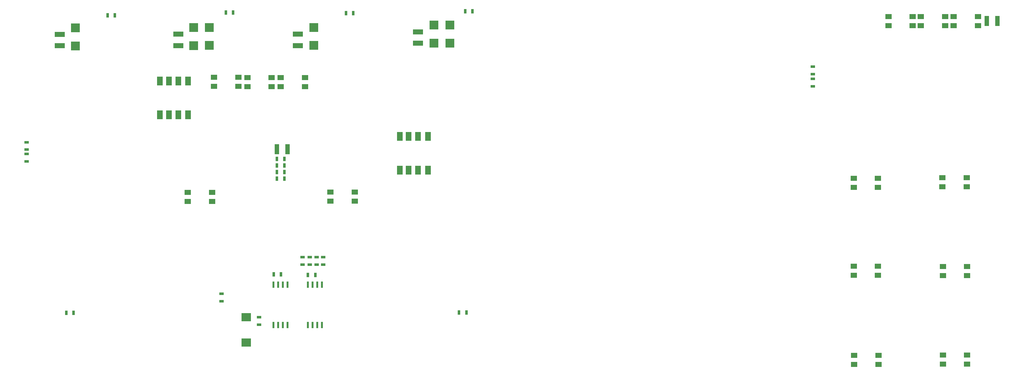
<source format=gbr>
%TF.GenerationSoftware,Altium Limited,Altium Designer,24.3.1 (35)*%
G04 Layer_Color=128*
%FSLAX45Y45*%
%MOMM*%
%TF.SameCoordinates,844131A9-2E1B-4A61-BE1F-69DE975881E6*%
%TF.FilePolarity,Positive*%
%TF.FileFunction,Paste,Bot*%
%TF.Part,Single*%
G01*
G75*
%TA.AperFunction,SMDPad,CuDef*%
%ADD36R,1.80000X1.45000*%
%ADD37R,1.20490X2.70620*%
%ADD38R,0.80000X1.25000*%
%ADD39R,1.25000X0.80000*%
%ADD40R,0.60000X1.80000*%
%ADD41R,1.52400X2.40000*%
%ADD42R,2.80620X1.40490*%
%ADD43R,2.40000X2.40000*%
%ADD44R,2.50000X2.20000*%
D36*
X8511700Y5697800D02*
D03*
X9166700D02*
D03*
X8511700Y5452800D02*
D03*
X9166700D02*
D03*
X4650900Y5685100D02*
D03*
X5305900D02*
D03*
X4650900Y5440100D02*
D03*
X5305900D02*
D03*
X26032300Y10202600D02*
D03*
X25377299D02*
D03*
X26032300Y10447600D02*
D03*
X25377299D02*
D03*
X24488300D02*
D03*
X25143300D02*
D03*
X24488300Y10202600D02*
D03*
X25143300D02*
D03*
X23612000Y10447600D02*
D03*
X24267000D02*
D03*
X23612000Y10202600D02*
D03*
X24267000D02*
D03*
X6918800Y8551600D02*
D03*
X6263800D02*
D03*
X6918800Y8796600D02*
D03*
X6263800D02*
D03*
X6019800Y8556100D02*
D03*
X5364800D02*
D03*
X6019800Y8801100D02*
D03*
X5364800D02*
D03*
X7165500Y8796600D02*
D03*
X7820500D02*
D03*
X7165500Y8551600D02*
D03*
X7820500D02*
D03*
X25087900Y1282700D02*
D03*
X25742899D02*
D03*
X25087900Y1037700D02*
D03*
X25742899D02*
D03*
X25075200Y6083300D02*
D03*
X25730200D02*
D03*
X25075200Y5838300D02*
D03*
X25730200D02*
D03*
X25087900Y3683000D02*
D03*
X25742899D02*
D03*
X25087900Y3438000D02*
D03*
X25742899D02*
D03*
X22684900Y1278200D02*
D03*
X23339900D02*
D03*
X22684900Y1033200D02*
D03*
X23339900D02*
D03*
X22672200Y3691200D02*
D03*
X23327200D02*
D03*
X22672200Y3446200D02*
D03*
X23327200D02*
D03*
X22674899Y6070600D02*
D03*
X23329900D02*
D03*
X22674899Y5825600D02*
D03*
X23329900D02*
D03*
D37*
X7061200Y6858000D02*
D03*
X7351330D02*
D03*
X26270935Y10325100D02*
D03*
X26561066D02*
D03*
D38*
X7262800Y6235716D02*
D03*
X7062800D02*
D03*
Y6413516D02*
D03*
X7262800D02*
D03*
Y6591284D02*
D03*
X7062800D02*
D03*
Y6057916D02*
D03*
X7262800D02*
D03*
X8101000Y3454384D02*
D03*
X7901000D02*
D03*
X6973900Y3467116D02*
D03*
X7173900D02*
D03*
X8929700Y10541016D02*
D03*
X9129700D02*
D03*
X12190400Y2438384D02*
D03*
X11990400D02*
D03*
X1560500Y2425684D02*
D03*
X1360500D02*
D03*
X5678500Y10553716D02*
D03*
X5878500D02*
D03*
X2478100Y10477516D02*
D03*
X2678100D02*
D03*
X12355500Y10591816D02*
D03*
X12155500D02*
D03*
D39*
X7759716Y3735400D02*
D03*
Y3935400D02*
D03*
X7950200Y3933800D02*
D03*
Y3733800D02*
D03*
X8140684Y3935400D02*
D03*
Y3735400D02*
D03*
X8318484Y3935400D02*
D03*
Y3735400D02*
D03*
X5562616Y2944800D02*
D03*
Y2744800D02*
D03*
X6578584Y2109800D02*
D03*
Y2309800D02*
D03*
X292084Y6529400D02*
D03*
Y6729400D02*
D03*
X292116Y7046900D02*
D03*
Y6846900D02*
D03*
X21564584Y8561400D02*
D03*
Y8761400D02*
D03*
X21564616Y9091600D02*
D03*
Y8891600D02*
D03*
D40*
X7899400Y3187700D02*
D03*
X8026400D02*
D03*
X8153400D02*
D03*
X8280400D02*
D03*
Y2097700D02*
D03*
X8153400D02*
D03*
X8026400D02*
D03*
X7899400D02*
D03*
X6972300Y2096600D02*
D03*
X7099300D02*
D03*
X7226300D02*
D03*
X7353300D02*
D03*
Y3186600D02*
D03*
X7226300D02*
D03*
X7099300D02*
D03*
X6972300D02*
D03*
D41*
X10629900Y6286500D02*
D03*
X10883900D02*
D03*
X11150600D02*
D03*
X10388600D02*
D03*
X10629900Y7200900D02*
D03*
X10883900D02*
D03*
X11150600D02*
D03*
X10388600D02*
D03*
X3898900Y8699500D02*
D03*
X4660900D02*
D03*
X4394200D02*
D03*
X4140200D02*
D03*
X3898900Y7785100D02*
D03*
X4660900D02*
D03*
X4394200D02*
D03*
X4140200D02*
D03*
D42*
X7632700Y9972165D02*
D03*
Y9662035D02*
D03*
X4394200Y9972165D02*
D03*
Y9662035D02*
D03*
X1187450Y9965815D02*
D03*
Y9655685D02*
D03*
X10883900Y9725535D02*
D03*
Y10035665D02*
D03*
D43*
X8064500Y9664700D02*
D03*
Y10152800D02*
D03*
X5232400D02*
D03*
Y9664700D02*
D03*
X11747500Y10216300D02*
D03*
Y9728200D02*
D03*
X11315700D02*
D03*
Y10216300D02*
D03*
X4813300Y9659200D02*
D03*
Y10147300D02*
D03*
X1606550Y9652850D02*
D03*
Y10140950D02*
D03*
D44*
X6235700Y2313500D02*
D03*
Y1623500D02*
D03*
%TF.MD5,51cccafe6cffe1aa6778c98c682b367e*%
M02*

</source>
